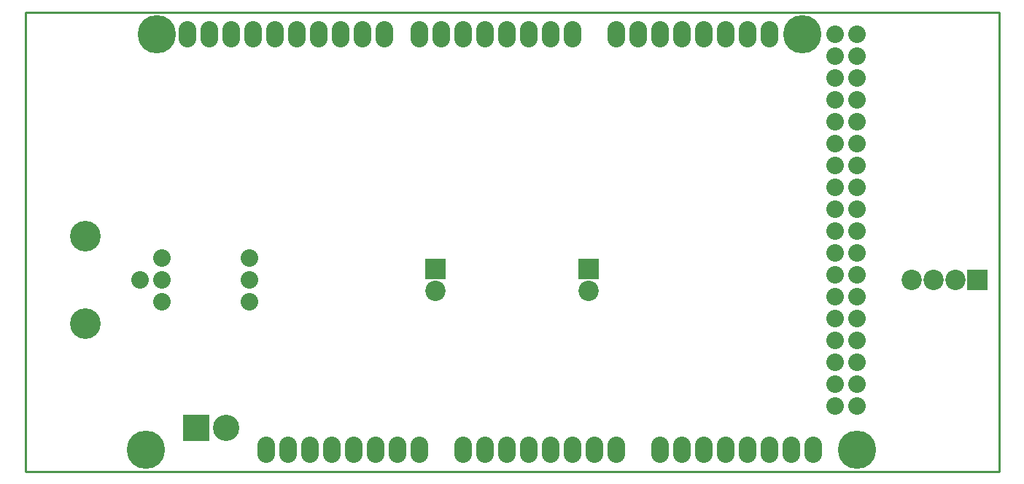
<source format=gbs>
G04 (created by PCBNEW-RS274X (2011-05-25)-stable) date Tue 11 Mar 2014 02:38:01 PM EDT*
G01*
G70*
G90*
%MOIN*%
G04 Gerber Fmt 3.4, Leading zero omitted, Abs format*
%FSLAX34Y34*%
G04 APERTURE LIST*
%ADD10C,0.006000*%
%ADD11C,0.009000*%
%ADD12C,0.175000*%
%ADD13O,0.080000X0.120000*%
%ADD14C,0.080000*%
%ADD15C,0.140000*%
%ADD16C,0.093000*%
%ADD17R,0.093000X0.093000*%
%ADD18R,0.120000X0.120000*%
%ADD19C,0.120000*%
G04 APERTURE END LIST*
G54D10*
G54D11*
X45000Y-51500D02*
X89500Y-51500D01*
X45000Y-30500D02*
X45000Y-51500D01*
X89500Y-30500D02*
X45000Y-30500D01*
X89500Y-51500D02*
X89500Y-30500D01*
G54D12*
X50500Y-50500D03*
X51000Y-31500D03*
X83000Y-50500D03*
X80500Y-31500D03*
G54D13*
X56000Y-50500D03*
X57000Y-50500D03*
X58000Y-50500D03*
X59000Y-50500D03*
X60000Y-50500D03*
X61000Y-50500D03*
X62000Y-50500D03*
X63000Y-50500D03*
X65000Y-50500D03*
X66000Y-50500D03*
X67000Y-50500D03*
X68000Y-50500D03*
X69000Y-50500D03*
X70000Y-50500D03*
X71000Y-50500D03*
X72000Y-50500D03*
X74000Y-50500D03*
X75000Y-50500D03*
X76000Y-50500D03*
X77000Y-50500D03*
X78000Y-50500D03*
X79000Y-50500D03*
X80000Y-50500D03*
X81000Y-50500D03*
X52400Y-31500D03*
X53400Y-31500D03*
X54400Y-31500D03*
X55400Y-31500D03*
X56400Y-31500D03*
X57400Y-31500D03*
X58400Y-31500D03*
X59400Y-31500D03*
X60400Y-31500D03*
X61400Y-31500D03*
X63000Y-31500D03*
X70000Y-31500D03*
X69000Y-31500D03*
X68000Y-31500D03*
X67000Y-31500D03*
X66000Y-31500D03*
X65000Y-31500D03*
X64000Y-31500D03*
X72000Y-31500D03*
X73000Y-31500D03*
X74000Y-31500D03*
X75000Y-31500D03*
X76000Y-31500D03*
X77000Y-31500D03*
X78000Y-31500D03*
X79000Y-31500D03*
G54D14*
X82000Y-31500D03*
X83000Y-31500D03*
X82000Y-32500D03*
X83000Y-32500D03*
X82000Y-33500D03*
X83000Y-33500D03*
X82000Y-34500D03*
X83000Y-34500D03*
X82000Y-35500D03*
X83000Y-35500D03*
X82000Y-36500D03*
X83000Y-36500D03*
X82000Y-37500D03*
X83000Y-37500D03*
X82000Y-38500D03*
X83000Y-38500D03*
X82000Y-39500D03*
X83000Y-39500D03*
X82000Y-40500D03*
X83000Y-40500D03*
X82000Y-41500D03*
X83000Y-41500D03*
X82000Y-42500D03*
X83000Y-42500D03*
X82000Y-43500D03*
X83000Y-43500D03*
X82000Y-44500D03*
X83000Y-44500D03*
X82000Y-45500D03*
X83000Y-45500D03*
X82000Y-46500D03*
X83000Y-46500D03*
X82000Y-47500D03*
X83000Y-47500D03*
X82000Y-48500D03*
X83000Y-48500D03*
G54D15*
X47750Y-44750D03*
X47750Y-40750D03*
G54D14*
X50250Y-42750D03*
X51250Y-42750D03*
X51250Y-41750D03*
X51250Y-43750D03*
G54D16*
X87500Y-42750D03*
X86500Y-42750D03*
G54D17*
X88500Y-42750D03*
G54D16*
X85500Y-42750D03*
G54D18*
X52811Y-49500D03*
G54D19*
X54189Y-49500D03*
G54D16*
X70750Y-43250D03*
G54D17*
X70750Y-42250D03*
G54D16*
X63750Y-43250D03*
G54D17*
X63750Y-42250D03*
G54D14*
X55250Y-42750D03*
X55250Y-43750D03*
X55250Y-41750D03*
M02*

</source>
